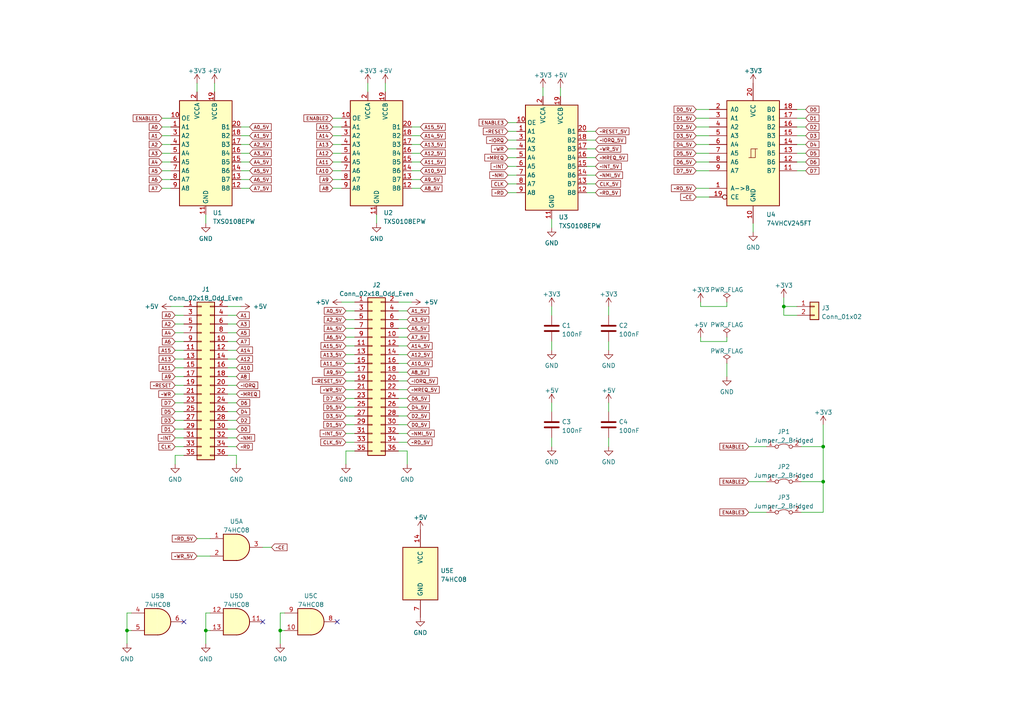
<source format=kicad_sch>
(kicad_sch (version 20211123) (generator eeschema)
  (paper "A4")
  (lib_symbols
    (symbol "74xx:74HC245" (pin_names (offset 1.016))
      (property "Reference" "U" (at -7.62 16.51 0))
      (property "Value" "74HC245" (at -7.62 -16.51 0))
      (symbol "74HC245_1_0"
        (pin input line (at -12.7 -10.16 0) (length 5.08) (name "A->B") (number "1"))
        (pin power_in line (at 0 -20.32 90) (length 5.08) (name "GND") (number "10"))
        (pin tri_state line (at 12.7 -5.08 180) (length 5.08) (name "B7") (number "11"))
        (pin tri_state line (at 12.7 -2.54 180) (length 5.08) (name "B6") (number "12"))
        (pin tri_state line (at 12.7 0 180) (length 5.08) (name "B5") (number "13"))
        (pin tri_state line (at 12.7 2.54 180) (length 5.08) (name "B4") (number "14"))
        (pin tri_state line (at 12.7 5.08 180) (length 5.08) (name "B3") (number "15"))
        (pin tri_state line (at 12.7 7.62 180) (length 5.08) (name "B2") (number "16"))
        (pin tri_state line (at 12.7 10.16 180) (length 5.08) (name "B1") (number "17"))
        (pin tri_state line (at 12.7 12.7 180) (length 5.08) (name "B0") (number "18"))
        (pin input inverted (at -12.7 -12.7 0) (length 5.08) (name "CE") (number "19"))
        (pin tri_state line (at -12.7 12.7 0) (length 5.08) (name "A0") (number "2"))
        (pin power_in line (at 0 20.32 270) (length 5.08) (name "VCC") (number "20"))
        (pin tri_state line (at -12.7 10.16 0) (length 5.08) (name "A1") (number "3"))
        (pin tri_state line (at -12.7 7.62 0) (length 5.08) (name "A2") (number "4"))
        (pin tri_state line (at -12.7 5.08 0) (length 5.08) (name "A3") (number "5"))
        (pin tri_state line (at -12.7 2.54 0) (length 5.08) (name "A4") (number "6"))
        (pin tri_state line (at -12.7 0 0) (length 5.08) (name "A5") (number "7"))
        (pin tri_state line (at -12.7 -2.54 0) (length 5.08) (name "A6") (number "8"))
        (pin tri_state line (at -12.7 -5.08 0) (length 5.08) (name "A7") (number "9"))
      )
    )
    (symbol "74xx:74LS08" (pin_names (offset 1.016))
      (property "Reference" "U" (at 0 1.27 0))
      (property "Value" "74LS08" (at 0 -1.27 0))
      (symbol "74LS08_1_1"
        (pin input line (at -7.62 2.54 0) (length 3.81) (name "~") (number "1"))
        (pin input line (at -7.62 -2.54 0) (length 3.81) (name "~") (number "2"))
        (pin output line (at 7.62 0 180) (length 3.81) (name "~") (number "3"))
      )
      (symbol "74LS08_1_2"
        (pin input inverted (at -7.62 2.54 0) (length 4.318) (name "~") (number "1"))
        (pin input inverted (at -7.62 -2.54 0) (length 4.318) (name "~") (number "2"))
        (pin output inverted (at 7.62 0 180) (length 3.81) (name "~") (number "3"))
      )
      (symbol "74LS08_2_1"
        (pin input line (at -7.62 2.54 0) (length 3.81) (name "~") (number "4"))
        (pin input line (at -7.62 -2.54 0) (length 3.81) (name "~") (number "5"))
        (pin output line (at 7.62 0 180) (length 3.81) (name "~") (number "6"))
      )
      (symbol "74LS08_2_2"
        (pin input inverted (at -7.62 2.54 0) (length 4.318) (name "~") (number "4"))
        (pin input inverted (at -7.62 -2.54 0) (length 4.318) (name "~") (number "5"))
        (pin output inverted (at 7.62 0 180) (length 3.81) (name "~") (number "6"))
      )
      (symbol "74LS08_3_1"
        (pin input line (at -7.62 -2.54 0) (length 3.81) (name "~") (number "10"))
        (pin output line (at 7.62 0 180) (length 3.81) (name "~") (number "8"))
        (pin input line (at -7.62 2.54 0) (length 3.81) (name "~") (number "9"))
      )
      (symbol "74LS08_3_2"
        (pin input inverted (at -7.62 -2.54 0) (length 4.318) (name "~") (number "10"))
        (pin output inverted (at 7.62 0 180) (length 3.81) (name "~") (number "8"))
        (pin input inverted (at -7.62 2.54 0) (length 4.318) (name "~") (number "9"))
      )
      (symbol "74LS08_4_1"
        (pin output line (at 7.62 0 180) (length 3.81) (name "~") (number "11"))
        (pin input line (at -7.62 2.54 0) (length 3.81) (name "~") (number "12"))
        (pin input line (at -7.62 -2.54 0) (length 3.81) (name "~") (number "13"))
      )
      (symbol "74LS08_4_2"
        (pin output inverted (at 7.62 0 180) (length 3.81) (name "~") (number "11"))
        (pin input inverted (at -7.62 2.54 0) (length 4.318) (name "~") (number "12"))
        (pin input inverted (at -7.62 -2.54 0) (length 4.318) (name "~") (number "13"))
      )
      (symbol "74LS08_5_0"
        (pin power_in line (at 0 12.7 270) (length 5.08) (name "VCC") (number "14"))
        (pin power_in line (at 0 -12.7 90) (length 5.08) (name "GND") (number "7"))
      )
    )
    (symbol "Connector_Generic:Conn_01x02" (pin_names (offset 1.016) hide)
      (property "Reference" "J" (at 0 2.54 0))
      (property "Value" "Conn_01x02" (at 0 -5.08 0))
      (symbol "Conn_01x02_1_1"
        (pin passive line (at -5.08 0 0) (length 3.81) (name "Pin_1") (number "1"))
        (pin passive line (at -5.08 -2.54 0) (length 3.81) (name "Pin_2") (number "2"))
      )
    )
    (symbol "Connector_Generic:Conn_02x18_Odd_Even" (pin_names (offset 1.016) hide)
      (property "Reference" "J" (at 1.27 22.86 0))
      (property "Value" "Conn_02x18_Odd_Even" (at 1.27 -25.4 0))
      (symbol "Conn_02x18_Odd_Even_1_1"
        (pin passive line (at -5.08 20.32 0) (length 3.81) (name "Pin_1") (number "1"))
        (pin passive line (at 7.62 10.16 180) (length 3.81) (name "Pin_10") (number "10"))
        (pin passive line (at -5.08 7.62 0) (length 3.81) (name "Pin_11") (number "11"))
        (pin passive line (at 7.62 7.62 180) (length 3.81) (name "Pin_12") (number "12"))
        (pin passive line (at -5.08 5.08 0) (length 3.81) (name "Pin_13") (number "13"))
        (pin passive line (at 7.62 5.08 180) (length 3.81) (name "Pin_14") (number "14"))
        (pin passive line (at -5.08 2.54 0) (length 3.81) (name "Pin_15") (number "15"))
        (pin passive line (at 7.62 2.54 180) (length 3.81) (name "Pin_16") (number "16"))
        (pin passive line (at -5.08 0 0) (length 3.81) (name "Pin_17") (number "17"))
        (pin passive line (at 7.62 0 180) (length 3.81) (name "Pin_18") (number "18"))
        (pin passive line (at -5.08 -2.54 0) (length 3.81) (name "Pin_19") (number "19"))
        (pin passive line (at 7.62 20.32 180) (length 3.81) (name "Pin_2") (number "2"))
        (pin passive line (at 7.62 -2.54 180) (length 3.81) (name "Pin_20") (number "20"))
        (pin passive line (at -5.08 -5.08 0) (length 3.81) (name "Pin_21") (number "21"))
        (pin passive line (at 7.62 -5.08 180) (length 3.81) (name "Pin_22") (number "22"))
        (pin passive line (at -5.08 -7.62 0) (length 3.81) (name "Pin_23") (number "23"))
        (pin passive line (at 7.62 -7.62 180) (length 3.81) (name "Pin_24") (number "24"))
        (pin passive line (at -5.08 -10.16 0) (length 3.81) (name "Pin_25") (number "25"))
        (pin passive line (at 7.62 -10.16 180) (length 3.81) (name "Pin_26") (number "26"))
        (pin passive line (at -5.08 -12.7 0) (length 3.81) (name "Pin_27") (number "27"))
        (pin passive line (at 7.62 -12.7 180) (length 3.81) (name "Pin_28") (number "28"))
        (pin passive line (at -5.08 -15.24 0) (length 3.81) (name "Pin_29") (number "29"))
        (pin passive line (at -5.08 17.78 0) (length 3.81) (name "Pin_3") (number "3"))
        (pin passive line (at 7.62 -15.24 180) (length 3.81) (name "Pin_30") (number "30"))
        (pin passive line (at -5.08 -17.78 0) (length 3.81) (name "Pin_31") (number "31"))
        (pin passive line (at 7.62 -17.78 180) (length 3.81) (name "Pin_32") (number "32"))
        (pin passive line (at -5.08 -20.32 0) (length 3.81) (name "Pin_33") (number "33"))
        (pin passive line (at 7.62 -20.32 180) (length 3.81) (name "Pin_34") (number "34"))
        (pin passive line (at -5.08 -22.86 0) (length 3.81) (name "Pin_35") (number "35"))
        (pin passive line (at 7.62 -22.86 180) (length 3.81) (name "Pin_36") (number "36"))
        (pin passive line (at 7.62 17.78 180) (length 3.81) (name "Pin_4") (number "4"))
        (pin passive line (at -5.08 15.24 0) (length 3.81) (name "Pin_5") (number "5"))
        (pin passive line (at 7.62 15.24 180) (length 3.81) (name "Pin_6") (number "6"))
        (pin passive line (at -5.08 12.7 0) (length 3.81) (name "Pin_7") (number "7"))
        (pin passive line (at 7.62 12.7 180) (length 3.81) (name "Pin_8") (number "8"))
        (pin passive line (at -5.08 10.16 0) (length 3.81) (name "Pin_9") (number "9"))
      )
    )
    (symbol "Device:C" (pin_numbers hide) (pin_names (offset 0.254))
      (property "Reference" "C" (at 0.635 2.54 0))
      (property "Value" "C" (at 0.635 -2.54 0))
      (symbol "C_1_1"
        (pin passive line (at 0 3.81 270) (length 2.794) (name "~") (number "1"))
        (pin passive line (at 0 -3.81 90) (length 2.794) (name "~") (number "2"))
      )
    )
    (symbol "Jumper:Jumper_2_Bridged" (pin_names (offset 0) hide)
      (property "Reference" "JP" (at 0 1.905 0))
      (property "Value" "Jumper_2_Bridged" (at 0 -2.54 0))
      (symbol "Jumper_2_Bridged_1_1"
        (pin passive line (at -5.08 0 0) (length 2.54) (name "A") (number "1"))
        (pin passive line (at 5.08 0 180) (length 2.54) (name "B") (number "2"))
      )
    )
    (symbol "Logic_LevelTranslator:TXS0108EPW"
      (property "Reference" "U" (at -6.35 16.51 0))
      (property "Value" "TXS0108EPW" (at 3.81 16.51 0))
      (symbol "TXS0108EPW_1_1"
        (pin bidirectional line (at -10.16 7.62 0) (length 2.54) (name "A1") (number "1"))
        (pin input line (at -10.16 10.16 0) (length 2.54) (name "OE") (number "10"))
        (pin power_in line (at 0 -17.78 90) (length 2.54) (name "GND") (number "11"))
        (pin bidirectional line (at 10.16 -10.16 180) (length 2.54) (name "B8") (number "12"))
        (pin bidirectional line (at 10.16 -7.62 180) (length 2.54) (name "B7") (number "13"))
        (pin bidirectional line (at 10.16 -5.08 180) (length 2.54) (name "B6") (number "14"))
        (pin bidirectional line (at 10.16 -2.54 180) (length 2.54) (name "B5") (number "15"))
        (pin bidirectional line (at 10.16 0 180) (length 2.54) (name "B4") (number "16"))
        (pin bidirectional line (at 10.16 2.54 180) (length 2.54) (name "B3") (number "17"))
        (pin bidirectional line (at 10.16 5.08 180) (length 2.54) (name "B2") (number "18"))
        (pin power_in line (at 2.54 17.78 270) (length 2.54) (name "VCCB") (number "19"))
        (pin power_in line (at -2.54 17.78 270) (length 2.54) (name "VCCA") (number "2"))
        (pin bidirectional line (at 10.16 7.62 180) (length 2.54) (name "B1") (number "20"))
        (pin bidirectional line (at -10.16 5.08 0) (length 2.54) (name "A2") (number "3"))
        (pin bidirectional line (at -10.16 2.54 0) (length 2.54) (name "A3") (number "4"))
        (pin bidirectional line (at -10.16 0 0) (length 2.54) (name "A4") (number "5"))
        (pin bidirectional line (at -10.16 -2.54 0) (length 2.54) (name "A5") (number "6"))
        (pin bidirectional line (at -10.16 -5.08 0) (length 2.54) (name "A6") (number "7"))
        (pin bidirectional line (at -10.16 -7.62 0) (length 2.54) (name "A7") (number "8"))
        (pin bidirectional line (at -10.16 -10.16 0) (length 2.54) (name "A8") (number "9"))
      )
    )
    (symbol "power:+3V3" (power) (pin_names (offset 0))
      (property "Value" "+3V3" (at 0 3.556 0))
      (symbol "+3V3_1_1"
        (pin power_in line (at 0 0 90) (length 0) hide (name "+3V3") (number "1"))
      )
    )
    (symbol "power:+5V" (power) (pin_names (offset 0))
      (property "Value" "+5V" (at 0 3.556 0))
      (symbol "+5V_1_1"
        (pin power_in line (at 0 0 90) (length 0) hide (name "+5V") (number "1"))
      )
    )
    (symbol "power:GND" (power) (pin_names (offset 0))
      (property "Value" "GND" (at 0 -3.81 0))
      (symbol "GND_1_1"
        (pin power_in line (at 0 0 270) (length 0) hide (name "GND") (number "1"))
      )
    )
    (symbol "power:PWR_FLAG" (power) (pin_numbers hide) (pin_names (offset 0) hide)
      (property "Value" "PWR_FLAG" (at 0 3.81 0))
      (symbol "PWR_FLAG_0_0"
        (pin power_out line (at 0 0 90) (length 0) (name "pwr") (number "1"))
      )
    )
  )
  (junction (at 238.76 129.54))
  (junction (at 81.28 182.88))
  (junction (at 227.33 88.9))
  (junction (at 36.83 182.88))
  (junction (at 238.76 139.7))
  (junction (at 59.69 182.88))
  (no_connect (at 76.2 180.34))
  (no_connect (at 97.79 180.34))
  (no_connect (at 53.34 180.34))
  (wire (pts (xy 36.83 186.69) (xy 36.83 182.88)))
  (wire (pts (xy 36.83 182.88) (xy 38.1 182.88)))
  (wire (pts (xy 50.8 132.08) (xy 53.34 132.08)))
  (wire (pts (xy 233.68 31.75) (xy 231.14 31.75)))
  (wire (pts (xy 176.53 116.84) (xy 176.53 119.38)))
  (wire (pts (xy 118.11 90.17) (xy 115.57 90.17)))
  (wire (pts (xy 100.33 90.17) (xy 102.87 90.17)))
  (wire (pts (xy 118.11 120.65) (xy 115.57 120.65)))
  (wire (pts (xy 68.58 127) (xy 66.04 127)))
  (wire (pts (xy 96.52 44.45) (xy 99.06 44.45)))
  (wire (pts (xy 50.8 111.76) (xy 53.34 111.76)))
  (wire (pts (xy 81.28 177.8) (xy 82.55 177.8)))
  (wire (pts (xy 50.8 109.22) (xy 53.34 109.22)))
  (wire (pts (xy 147.32 45.72) (xy 149.86 45.72)))
  (wire (pts (xy 62.23 24.13) (xy 62.23 26.67)))
  (wire (pts (xy 147.32 35.56) (xy 149.86 35.56)))
  (wire (pts (xy 46.99 41.91) (xy 49.53 41.91)))
  (wire (pts (xy 157.48 25.4) (xy 157.48 27.94)))
  (wire (pts (xy 172.72 38.1) (xy 170.18 38.1)))
  (wire (pts (xy 68.58 91.44) (xy 66.04 91.44)))
  (wire (pts (xy 81.28 182.88) (xy 81.28 177.8)))
  (wire (pts (xy 46.99 39.37) (xy 49.53 39.37)))
  (wire (pts (xy 201.93 36.83) (xy 205.74 36.83)))
  (wire (pts (xy 118.11 102.87) (xy 115.57 102.87)))
  (wire (pts (xy 238.76 139.7) (xy 238.76 129.54)))
  (wire (pts (xy 210.82 87.63) (xy 210.82 88.9)))
  (wire (pts (xy 201.93 41.91) (xy 205.74 41.91)))
  (wire (pts (xy 233.68 41.91) (xy 231.14 41.91)))
  (wire (pts (xy 50.8 134.62) (xy 50.8 132.08)))
  (wire (pts (xy 68.58 134.62) (xy 68.58 132.08)))
  (wire (pts (xy 118.11 115.57) (xy 115.57 115.57)))
  (wire (pts (xy 201.93 39.37) (xy 205.74 39.37)))
  (wire (pts (xy 100.33 107.95) (xy 102.87 107.95)))
  (wire (pts (xy 50.8 99.06) (xy 53.34 99.06)))
  (wire (pts (xy 96.52 39.37) (xy 99.06 39.37)))
  (wire (pts (xy 118.11 92.71) (xy 115.57 92.71)))
  (wire (pts (xy 118.11 95.25) (xy 115.57 95.25)))
  (wire (pts (xy 59.69 182.88) (xy 59.69 177.8)))
  (wire (pts (xy 36.83 182.88) (xy 36.83 177.8)))
  (wire (pts (xy 59.69 64.77) (xy 59.69 62.23)))
  (wire (pts (xy 232.41 139.7) (xy 238.76 139.7)))
  (wire (pts (xy 72.39 36.83) (xy 69.85 36.83)))
  (wire (pts (xy 72.39 41.91) (xy 69.85 41.91)))
  (wire (pts (xy 68.58 132.08) (xy 66.04 132.08)))
  (wire (pts (xy 68.58 116.84) (xy 66.04 116.84)))
  (wire (pts (xy 217.17 129.54) (xy 222.25 129.54)))
  (wire (pts (xy 50.8 116.84) (xy 53.34 116.84)))
  (wire (pts (xy 233.68 49.53) (xy 231.14 49.53)))
  (wire (pts (xy 147.32 55.88) (xy 149.86 55.88)))
  (wire (pts (xy 100.33 105.41) (xy 102.87 105.41)))
  (wire (pts (xy 68.58 99.06) (xy 66.04 99.06)))
  (wire (pts (xy 118.11 100.33) (xy 115.57 100.33)))
  (wire (pts (xy 50.8 91.44) (xy 53.34 91.44)))
  (wire (pts (xy 233.68 39.37) (xy 231.14 39.37)))
  (wire (pts (xy 100.33 130.81) (xy 102.87 130.81)))
  (wire (pts (xy 172.72 48.26) (xy 170.18 48.26)))
  (wire (pts (xy 96.52 49.53) (xy 99.06 49.53)))
  (wire (pts (xy 68.58 101.6) (xy 66.04 101.6)))
  (wire (pts (xy 50.8 93.98) (xy 53.34 93.98)))
  (wire (pts (xy 233.68 36.83) (xy 231.14 36.83)))
  (wire (pts (xy 46.99 36.83) (xy 49.53 36.83)))
  (wire (pts (xy 50.8 106.68) (xy 53.34 106.68)))
  (wire (pts (xy 201.93 34.29) (xy 205.74 34.29)))
  (wire (pts (xy 203.2 97.79) (xy 203.2 99.06)))
  (wire (pts (xy 232.41 129.54) (xy 238.76 129.54)))
  (wire (pts (xy 68.58 96.52) (xy 66.04 96.52)))
  (wire (pts (xy 160.02 66.04) (xy 160.02 63.5)))
  (wire (pts (xy 118.11 113.03) (xy 115.57 113.03)))
  (wire (pts (xy 121.92 41.91) (xy 119.38 41.91)))
  (wire (pts (xy 233.68 34.29) (xy 231.14 34.29)))
  (wire (pts (xy 121.92 46.99) (xy 119.38 46.99)))
  (wire (pts (xy 118.11 105.41) (xy 115.57 105.41)))
  (wire (pts (xy 100.33 113.03) (xy 102.87 113.03)))
  (wire (pts (xy 172.72 50.8) (xy 170.18 50.8)))
  (wire (pts (xy 57.15 156.21) (xy 60.96 156.21)))
  (wire (pts (xy 100.33 102.87) (xy 102.87 102.87)))
  (wire (pts (xy 72.39 39.37) (xy 69.85 39.37)))
  (wire (pts (xy 233.68 44.45) (xy 231.14 44.45)))
  (wire (pts (xy 121.92 44.45) (xy 119.38 44.45)))
  (wire (pts (xy 118.11 128.27) (xy 115.57 128.27)))
  (wire (pts (xy 46.99 52.07) (xy 49.53 52.07)))
  (wire (pts (xy 118.11 123.19) (xy 115.57 123.19)))
  (wire (pts (xy 46.99 54.61) (xy 49.53 54.61)))
  (wire (pts (xy 72.39 44.45) (xy 69.85 44.45)))
  (wire (pts (xy 59.69 182.88) (xy 60.96 182.88)))
  (wire (pts (xy 176.53 88.9) (xy 176.53 91.44)))
  (wire (pts (xy 118.11 130.81) (xy 118.11 134.62)))
  (wire (pts (xy 233.68 46.99) (xy 231.14 46.99)))
  (wire (pts (xy 59.69 177.8) (xy 60.96 177.8)))
  (wire (pts (xy 50.8 96.52) (xy 53.34 96.52)))
  (wire (pts (xy 76.2 158.75) (xy 78.74 158.75)))
  (wire (pts (xy 111.76 24.13) (xy 111.76 26.67)))
  (wire (pts (xy 100.33 128.27) (xy 102.87 128.27)))
  (wire (pts (xy 68.58 104.14) (xy 66.04 104.14)))
  (wire (pts (xy 227.33 88.9) (xy 231.14 88.9)))
  (wire (pts (xy 68.58 114.3) (xy 66.04 114.3)))
  (wire (pts (xy 201.93 44.45) (xy 205.74 44.45)))
  (wire (pts (xy 68.58 124.46) (xy 66.04 124.46)))
  (wire (pts (xy 231.14 91.44) (xy 227.33 91.44)))
  (wire (pts (xy 172.72 55.88) (xy 170.18 55.88)))
  (wire (pts (xy 227.33 86.36) (xy 227.33 88.9)))
  (wire (pts (xy 172.72 40.64) (xy 170.18 40.64)))
  (wire (pts (xy 232.41 148.59) (xy 238.76 148.59)))
  (wire (pts (xy 46.99 49.53) (xy 49.53 49.53)))
  (wire (pts (xy 147.32 38.1) (xy 149.86 38.1)))
  (wire (pts (xy 118.11 125.73) (xy 115.57 125.73)))
  (wire (pts (xy 59.69 186.69) (xy 59.69 182.88)))
  (wire (pts (xy 160.02 116.84) (xy 160.02 119.38)))
  (wire (pts (xy 109.22 64.77) (xy 109.22 62.23)))
  (wire (pts (xy 100.33 120.65) (xy 102.87 120.65)))
  (wire (pts (xy 115.57 87.63) (xy 119.38 87.63)))
  (wire (pts (xy 217.17 139.7) (xy 222.25 139.7)))
  (wire (pts (xy 96.52 41.91) (xy 99.06 41.91)))
  (wire (pts (xy 68.58 111.76) (xy 66.04 111.76)))
  (wire (pts (xy 68.58 106.68) (xy 66.04 106.68)))
  (wire (pts (xy 218.44 67.31) (xy 218.44 64.77)))
  (wire (pts (xy 238.76 148.59) (xy 238.76 139.7)))
  (wire (pts (xy 100.33 95.25) (xy 102.87 95.25)))
  (wire (pts (xy 99.06 87.63) (xy 102.87 87.63)))
  (wire (pts (xy 121.92 52.07) (xy 119.38 52.07)))
  (wire (pts (xy 72.39 46.99) (xy 69.85 46.99)))
  (wire (pts (xy 160.02 129.54) (xy 160.02 127)))
  (wire (pts (xy 50.8 121.92) (xy 53.34 121.92)))
  (wire (pts (xy 201.93 46.99) (xy 205.74 46.99)))
  (wire (pts (xy 96.52 36.83) (xy 99.06 36.83)))
  (wire (pts (xy 100.33 100.33) (xy 102.87 100.33)))
  (wire (pts (xy 227.33 91.44) (xy 227.33 88.9)))
  (wire (pts (xy 106.68 24.13) (xy 106.68 26.67)))
  (wire (pts (xy 68.58 93.98) (xy 66.04 93.98)))
  (wire (pts (xy 172.72 43.18) (xy 170.18 43.18)))
  (wire (pts (xy 172.72 53.34) (xy 170.18 53.34)))
  (wire (pts (xy 118.11 110.49) (xy 115.57 110.49)))
  (wire (pts (xy 46.99 34.29) (xy 49.53 34.29)))
  (wire (pts (xy 100.33 134.62) (xy 100.33 130.81)))
  (wire (pts (xy 210.82 97.79) (xy 210.82 99.06)))
  (wire (pts (xy 50.8 127) (xy 53.34 127)))
  (wire (pts (xy 118.11 97.79) (xy 115.57 97.79)))
  (wire (pts (xy 121.92 49.53) (xy 119.38 49.53)))
  (wire (pts (xy 172.72 45.72) (xy 170.18 45.72)))
  (wire (pts (xy 96.52 34.29) (xy 99.06 34.29)))
  (wire (pts (xy 46.99 44.45) (xy 49.53 44.45)))
  (wire (pts (xy 100.33 115.57) (xy 102.87 115.57)))
  (wire (pts (xy 176.53 101.6) (xy 176.53 99.06)))
  (wire (pts (xy 121.92 36.83) (xy 119.38 36.83)))
  (wire (pts (xy 162.56 25.4) (xy 162.56 27.94)))
  (wire (pts (xy 100.33 125.73) (xy 102.87 125.73)))
  (wire (pts (xy 50.8 101.6) (xy 53.34 101.6)))
  (wire (pts (xy 68.58 121.92) (xy 66.04 121.92)))
  (wire (pts (xy 36.83 177.8) (xy 38.1 177.8)))
  (wire (pts (xy 50.8 104.14) (xy 53.34 104.14)))
  (wire (pts (xy 100.33 92.71) (xy 102.87 92.71)))
  (wire (pts (xy 96.52 54.61) (xy 99.06 54.61)))
  (wire (pts (xy 66.04 88.9) (xy 69.85 88.9)))
  (wire (pts (xy 201.93 49.53) (xy 205.74 49.53)))
  (wire (pts (xy 81.28 186.69) (xy 81.28 182.88)))
  (wire (pts (xy 100.33 118.11) (xy 102.87 118.11)))
  (wire (pts (xy 72.39 49.53) (xy 69.85 49.53)))
  (wire (pts (xy 160.02 101.6) (xy 160.02 99.06)))
  (wire (pts (xy 50.8 124.46) (xy 53.34 124.46)))
  (wire (pts (xy 49.53 88.9) (xy 53.34 88.9)))
  (wire (pts (xy 203.2 88.9) (xy 210.82 88.9)))
  (wire (pts (xy 147.32 50.8) (xy 149.86 50.8)))
  (wire (pts (xy 238.76 129.54) (xy 238.76 123.19)))
  (wire (pts (xy 147.32 48.26) (xy 149.86 48.26)))
  (wire (pts (xy 100.33 97.79) (xy 102.87 97.79)))
  (wire (pts (xy 118.11 107.95) (xy 115.57 107.95)))
  (wire (pts (xy 100.33 123.19) (xy 102.87 123.19)))
  (wire (pts (xy 46.99 46.99) (xy 49.53 46.99)))
  (wire (pts (xy 147.32 40.64) (xy 149.86 40.64)))
  (wire (pts (xy 203.2 87.63) (xy 203.2 88.9)))
  (wire (pts (xy 118.11 118.11) (xy 115.57 118.11)))
  (wire (pts (xy 160.02 88.9) (xy 160.02 91.44)))
  (wire (pts (xy 50.8 114.3) (xy 53.34 114.3)))
  (wire (pts (xy 57.15 24.13) (xy 57.15 26.67)))
  (wire (pts (xy 147.32 53.34) (xy 149.86 53.34)))
  (wire (pts (xy 217.17 148.59) (xy 222.25 148.59)))
  (wire (pts (xy 201.93 31.75) (xy 205.74 31.75)))
  (wire (pts (xy 96.52 46.99) (xy 99.06 46.99)))
  (wire (pts (xy 72.39 52.07) (xy 69.85 52.07)))
  (wire (pts (xy 100.33 110.49) (xy 102.87 110.49)))
  (wire (pts (xy 201.93 57.15) (xy 205.74 57.15)))
  (wire (pts (xy 121.92 39.37) (xy 119.38 39.37)))
  (wire (pts (xy 96.52 52.07) (xy 99.06 52.07)))
  (wire (pts (xy 68.58 129.54) (xy 66.04 129.54)))
  (wire (pts (xy 210.82 105.41) (xy 210.82 109.22)))
  (wire (pts (xy 72.39 54.61) (xy 69.85 54.61)))
  (wire (pts (xy 57.15 161.29) (xy 60.96 161.29)))
  (wire (pts (xy 121.92 54.61) (xy 119.38 54.61)))
  (wire (pts (xy 147.32 43.18) (xy 149.86 43.18)))
  (wire (pts (xy 176.53 129.54) (xy 176.53 127)))
  (wire (pts (xy 201.93 54.61) (xy 205.74 54.61)))
  (wire (pts (xy 68.58 119.38) (xy 66.04 119.38)))
  (wire (pts (xy 68.58 109.22) (xy 66.04 109.22)))
  (wire (pts (xy 81.28 182.88) (xy 82.55 182.88)))
  (wire (pts (xy 203.2 99.06) (xy 210.82 99.06)))
  (wire (pts (xy 115.57 130.81) (xy 118.11 130.81)))
  (wire (pts (xy 50.8 119.38) (xy 53.34 119.38)))
  (wire (pts (xy 50.8 129.54) (xy 53.34 129.54)))
  (global_label "A6" (shape input) (at 50.8 99.06 180) (effects (font (size 1 1))) (property "Intersheet References" "${INTERSHEET_REFS}" (effects hide)))
  (global_label "D4_5V" (shape input) (at 201.93 41.91 180) (effects (font (size 1 1))) (property "Intersheet References" "${INTERSHEET_REFS}" (effects hide)))
  (global_label "D2" (shape input) (at 233.68 36.83 0) (effects (font (size 1 1))) (property "Intersheet References" "${INTERSHEET_REFS}" (effects hide)))
  (global_label "ENABLE2" (shape input) (at 96.52 34.29 180) (effects (font (size 1 1))) (property "Intersheet References" "${INTERSHEET_REFS}" (effects hide)))
  (global_label "A5_5V" (shape input) (at 72.39 49.53 0) (effects (font (size 1 1))) (property "Intersheet References" "${INTERSHEET_REFS}" (effects hide)))
  (global_label "~RESET" (shape input) (at 147.32 38.1 180) (effects (font (size 1 1))) (property "Intersheet References" "${INTERSHEET_REFS}" (effects hide)))
  (global_label "A6" (shape input) (at 46.99 52.07 180) (effects (font (size 1 1))) (property "Intersheet References" "${INTERSHEET_REFS}" (effects hide)))
  (global_label "D2" (shape input) (at 68.58 121.92 0) (effects (font (size 1 1))) (property "Intersheet References" "${INTERSHEET_REFS}" (effects hide)))
  (global_label "~RESET_5V" (shape input) (at 100.33 110.49 180) (effects (font (size 1 1))) (property "Intersheet References" "${INTERSHEET_REFS}" (effects hide)))
  (global_label "A9_5V" (shape input) (at 121.92 52.07 0) (effects (font (size 1 1))) (property "Intersheet References" "${INTERSHEET_REFS}" (effects hide)))
  (global_label "ENABLE2" (shape input) (at 217.17 139.7 180) (effects (font (size 1 1))) (property "Intersheet References" "${INTERSHEET_REFS}" (effects hide)))
  (global_label "~RD_5V" (shape input) (at 172.72 55.88 0) (effects (font (size 1 1))) (property "Intersheet References" "${INTERSHEET_REFS}" (effects hide)))
  (global_label "A9" (shape input) (at 50.8 109.22 180) (effects (font (size 1 1))) (property "Intersheet References" "${INTERSHEET_REFS}" (effects hide)))
  (global_label "D4" (shape input) (at 233.68 41.91 0) (effects (font (size 1 1))) (property "Intersheet References" "${INTERSHEET_REFS}" (effects hide)))
  (global_label "ENABLE1" (shape input) (at 46.99 34.29 180) (effects (font (size 1 1))) (property "Intersheet References" "${INTERSHEET_REFS}" (effects hide)))
  (global_label "A15" (shape input) (at 50.8 101.6 180) (effects (font (size 1 1))) (property "Intersheet References" "${INTERSHEET_REFS}" (effects hide)))
  (global_label "~WR_5V" (shape input) (at 57.15 161.29 180) (effects (font (size 1 1))) (property "Intersheet References" "${INTERSHEET_REFS}" (effects hide)))
  (global_label "D2_5V" (shape input) (at 118.11 120.65 0) (effects (font (size 1 1))) (property "Intersheet References" "${INTERSHEET_REFS}" (effects hide)))
  (global_label "~NMI_5V" (shape input) (at 172.72 50.8 0) (effects (font (size 1 1))) (property "Intersheet References" "${INTERSHEET_REFS}" (effects hide)))
  (global_label "A3_5V" (shape input) (at 118.11 92.71 0) (effects (font (size 1 1))) (property "Intersheet References" "${INTERSHEET_REFS}" (effects hide)))
  (global_label "A1_5V" (shape input) (at 72.39 39.37 0) (effects (font (size 1 1))) (property "Intersheet References" "${INTERSHEET_REFS}" (effects hide)))
  (global_label "~IORQ_5V" (shape input) (at 172.72 40.64 0) (effects (font (size 1 1))) (property "Intersheet References" "${INTERSHEET_REFS}" (effects hide)))
  (global_label "A15_5V" (shape input) (at 121.92 36.83 0) (effects (font (size 1 1))) (property "Intersheet References" "${INTERSHEET_REFS}" (effects hide)))
  (global_label "A11" (shape input) (at 96.52 46.99 180) (effects (font (size 1 1))) (property "Intersheet References" "${INTERSHEET_REFS}" (effects hide)))
  (global_label "D0_5V" (shape input) (at 201.93 31.75 180) (effects (font (size 1 1))) (property "Intersheet References" "${INTERSHEET_REFS}" (effects hide)))
  (global_label "D3_5V" (shape input) (at 201.93 39.37 180) (effects (font (size 1 1))) (property "Intersheet References" "${INTERSHEET_REFS}" (effects hide)))
  (global_label "A12_5V" (shape input) (at 118.11 102.87 0) (effects (font (size 1 1))) (property "Intersheet References" "${INTERSHEET_REFS}" (effects hide)))
  (global_label "A12_5V" (shape input) (at 121.92 44.45 0) (effects (font (size 1 1))) (property "Intersheet References" "${INTERSHEET_REFS}" (effects hide)))
  (global_label "~IORQ_5V" (shape input) (at 118.11 110.49 0) (effects (font (size 1 1))) (property "Intersheet References" "${INTERSHEET_REFS}" (effects hide)))
  (global_label "A4_5V" (shape input) (at 72.39 46.99 0) (effects (font (size 1 1))) (property "Intersheet References" "${INTERSHEET_REFS}" (effects hide)))
  (global_label "D5_5V" (shape input) (at 201.93 44.45 180) (effects (font (size 1 1))) (property "Intersheet References" "${INTERSHEET_REFS}" (effects hide)))
  (global_label "A5_5V" (shape input) (at 118.11 95.25 0) (effects (font (size 1 1))) (property "Intersheet References" "${INTERSHEET_REFS}" (effects hide)))
  (global_label "A13" (shape input) (at 50.8 104.14 180) (effects (font (size 1 1))) (property "Intersheet References" "${INTERSHEET_REFS}" (effects hide)))
  (global_label "A7_5V" (shape input) (at 118.11 97.79 0) (effects (font (size 1 1))) (property "Intersheet References" "${INTERSHEET_REFS}" (effects hide)))
  (global_label "ENABLE3" (shape input) (at 217.17 148.59 180) (effects (font (size 1 1))) (property "Intersheet References" "${INTERSHEET_REFS}" (effects hide)))
  (global_label "A5" (shape input) (at 68.58 96.52 0) (effects (font (size 1 1))) (property "Intersheet References" "${INTERSHEET_REFS}" (effects hide)))
  (global_label "A0_5V" (shape input) (at 100.33 90.17 180) (effects (font (size 1 1))) (property "Intersheet References" "${INTERSHEET_REFS}" (effects hide)))
  (global_label "A12" (shape input) (at 68.58 104.14 0) (effects (font (size 1 1))) (property "Intersheet References" "${INTERSHEET_REFS}" (effects hide)))
  (global_label "A8" (shape input) (at 96.52 54.61 180) (effects (font (size 1 1))) (property "Intersheet References" "${INTERSHEET_REFS}" (effects hide)))
  (global_label "ENABLE3" (shape input) (at 147.32 35.56 180) (effects (font (size 1 1))) (property "Intersheet References" "${INTERSHEET_REFS}" (effects hide)))
  (global_label "~RD_5V" (shape input) (at 57.15 156.21 180) (effects (font (size 1 1))) (property "Intersheet References" "${INTERSHEET_REFS}" (effects hide)))
  (global_label "A2" (shape input) (at 50.8 93.98 180) (effects (font (size 1 1))) (property "Intersheet References" "${INTERSHEET_REFS}" (effects hide)))
  (global_label "D6" (shape input) (at 233.68 46.99 0) (effects (font (size 1 1))) (property "Intersheet References" "${INTERSHEET_REFS}" (effects hide)))
  (global_label "CLK" (shape input) (at 147.32 53.34 180) (effects (font (size 1 1))) (property "Intersheet References" "${INTERSHEET_REFS}" (effects hide)))
  (global_label "D4" (shape input) (at 68.58 119.38 0) (effects (font (size 1 1))) (property "Intersheet References" "${INTERSHEET_REFS}" (effects hide)))
  (global_label "CLK_5V" (shape input) (at 172.72 53.34 0) (effects (font (size 1 1))) (property "Intersheet References" "${INTERSHEET_REFS}" (effects hide)))
  (global_label "~CE" (shape input) (at 78.74 158.75 0) (effects (font (size 1 1))) (property "Intersheet References" "${INTERSHEET_REFS}" (effects hide)))
  (global_label "A15" (shape input) (at 96.52 36.83 180) (effects (font (size 1 1))) (property "Intersheet References" "${INTERSHEET_REFS}" (effects hide)))
  (global_label "D7" (shape input) (at 233.68 49.53 0) (effects (font (size 1 1))) (property "Intersheet References" "${INTERSHEET_REFS}" (effects hide)))
  (global_label "A10" (shape input) (at 68.58 106.68 0) (effects (font (size 1 1))) (property "Intersheet References" "${INTERSHEET_REFS}" (effects hide)))
  (global_label "D5" (shape input) (at 50.8 119.38 180) (effects (font (size 1 1))) (property "Intersheet References" "${INTERSHEET_REFS}" (effects hide)))
  (global_label "A12" (shape input) (at 96.52 44.45 180) (effects (font (size 1 1))) (property "Intersheet References" "${INTERSHEET_REFS}" (effects hide)))
  (global_label "~RD" (shape input) (at 68.58 129.54 0) (effects (font (size 1 1))) (property "Intersheet References" "${INTERSHEET_REFS}" (effects hide)))
  (global_label "~IORQ" (shape input) (at 147.32 40.64 180) (effects (font (size 1 1))) (property "Intersheet References" "${INTERSHEET_REFS}" (effects hide)))
  (global_label "~INT_5V" (shape input) (at 100.33 125.73 180) (effects (font (size 1 1))) (property "Intersheet References" "${INTERSHEET_REFS}" (effects hide)))
  (global_label "A11_5V" (shape input) (at 100.33 105.41 180) (effects (font (size 1 1))) (property "Intersheet References" "${INTERSHEET_REFS}" (effects hide)))
  (global_label "D5_5V" (shape input) (at 100.33 118.11 180) (effects (font (size 1 1))) (property "Intersheet References" "${INTERSHEET_REFS}" (effects hide)))
  (global_label "D1" (shape input) (at 50.8 124.46 180) (effects (font (size 1 1))) (property "Intersheet References" "${INTERSHEET_REFS}" (effects hide)))
  (global_label "A10" (shape input) (at 96.52 49.53 180) (effects (font (size 1 1))) (property "Intersheet References" "${INTERSHEET_REFS}" (effects hide)))
  (global_label "D7_5V" (shape input) (at 201.93 49.53 180) (effects (font (size 1 1))) (property "Intersheet References" "${INTERSHEET_REFS}" (effects hide)))
  (global_label "A4_5V" (shape input) (at 100.33 95.25 180) (effects (font (size 1 1))) (property "Intersheet References" "${INTERSHEET_REFS}" (effects hide)))
  (global_label "A14" (shape input) (at 68.58 101.6 0) (effects (font (size 1 1))) (property "Intersheet References" "${INTERSHEET_REFS}" (effects hide)))
  (global_label "~NMI_5V" (shape input) (at 118.11 125.73 0) (effects (font (size 1 1))) (property "Intersheet References" "${INTERSHEET_REFS}" (effects hide)))
  (global_label "A1" (shape input) (at 46.99 39.37 180) (effects (font (size 1 1))) (property "Intersheet References" "${INTERSHEET_REFS}" (effects hide)))
  (global_label "D6_5V" (shape input) (at 201.93 46.99 180) (effects (font (size 1 1))) (property "Intersheet References" "${INTERSHEET_REFS}" (effects hide)))
  (global_label "A7" (shape input) (at 46.99 54.61 180) (effects (font (size 1 1))) (property "Intersheet References" "${INTERSHEET_REFS}" (effects hide)))
  (global_label "A4" (shape input) (at 46.99 46.99 180) (effects (font (size 1 1))) (property "Intersheet References" "${INTERSHEET_REFS}" (effects hide)))
  (global_label "D5" (shape input) (at 233.68 44.45 0) (effects (font (size 1 1))) (property "Intersheet References" "${INTERSHEET_REFS}" (effects hide)))
  (global_label "A15_5V" (shape input) (at 100.33 100.33 180) (effects (font (size 1 1))) (property "Intersheet References" "${INTERSHEET_REFS}" (effects hide)))
  (global_label "~WR_5V" (shape input) (at 172.72 43.18 0) (effects (font (size 1 1))) (property "Intersheet References" "${INTERSHEET_REFS}" (effects hide)))
  (global_label "D6" (shape input) (at 68.58 116.84 0) (effects (font (size 1 1))) (property "Intersheet References" "${INTERSHEET_REFS}" (effects hide)))
  (global_label "~MREQ" (shape input) (at 147.32 45.72 180) (effects (font (size 1 1))) (property "Intersheet References" "${INTERSHEET_REFS}" (effects hide)))
  (global_label "~MREQ_5V" (shape input) (at 172.72 45.72 0) (effects (font (size 1 1))) (property "Intersheet References" "${INTERSHEET_REFS}" (effects hide)))
  (global_label "~WR_5V" (shape input) (at 100.33 113.03 180) (effects (font (size 1 1))) (property "Intersheet References" "${INTERSHEET_REFS}" (effects hide)))
  (global_label "D3" (shape input) (at 50.8 121.92 180) (effects (font (size 1 1))) (property "Intersheet References" "${INTERSHEET_REFS}" (effects hide)))
  (global_label "~RESET_5V" (shape input) (at 172.72 38.1 0) (effects (font (size 1 1))) (property "Intersheet References" "${INTERSHEET_REFS}" (effects hide)))
  (global_label "A2_5V" (shape input) (at 72.39 41.91 0) (effects (font (size 1 1))) (property "Intersheet References" "${INTERSHEET_REFS}" (effects hide)))
  (global_label "A8" (shape input) (at 68.58 109.22 0) (effects (font (size 1 1))) (property "Intersheet References" "${INTERSHEET_REFS}" (effects hide)))
  (global_label "~NMI" (shape input) (at 147.32 50.8 180) (effects (font (size 1 1))) (property "Intersheet References" "${INTERSHEET_REFS}" (effects hide)))
  (global_label "D7_5V" (shape input) (at 100.33 115.57 180) (effects (font (size 1 1))) (property "Intersheet References" "${INTERSHEET_REFS}" (effects hide)))
  (global_label "A10_5V" (shape input) (at 118.11 105.41 0) (effects (font (size 1 1))) (property "Intersheet References" "${INTERSHEET_REFS}" (effects hide)))
  (global_label "~RD" (shape input) (at 147.32 55.88 180) (effects (font (size 1 1))) (property "Intersheet References" "${INTERSHEET_REFS}" (effects hide)))
  (global_label "~WR" (shape input) (at 147.32 43.18 180) (effects (font (size 1 1))) (property "Intersheet References" "${INTERSHEET_REFS}" (effects hide)))
  (global_label "~CE" (shape input) (at 201.93 57.15 180) (effects (font (size 1 1))) (property "Intersheet References" "${INTERSHEET_REFS}" (effects hide)))
  (global_label "A14_5V" (shape input) (at 121.92 39.37 0) (effects (font (size 1 1))) (property "Intersheet References" "${INTERSHEET_REFS}" (effects hide)))
  (global_label "A13" (shape input) (at 96.52 41.91 180) (effects (font (size 1 1))) (property "Intersheet References" "${INTERSHEET_REFS}" (effects hide)))
  (global_label "A13_5V" (shape input) (at 121.92 41.91 0) (effects (font (size 1 1))) (property "Intersheet References" "${INTERSHEET_REFS}" (effects hide)))
  (global_label "D1_5V" (shape input) (at 201.93 34.29 180) (effects (font (size 1 1))) (property "Intersheet References" "${INTERSHEET_REFS}" (effects hide)))
  (global_label "A10_5V" (shape input) (at 121.92 49.53 0) (effects (font (size 1 1))) (property "Intersheet References" "${INTERSHEET_REFS}" (effects hide)))
  (global_label "~IORQ" (shape input) (at 68.58 111.76 0) (effects (font (size 1 1))) (property "Intersheet References" "${INTERSHEET_REFS}" (effects hide)))
  (global_label "~INT" (shape input) (at 147.32 48.26 180) (effects (font (size 1 1))) (property "Intersheet References" "${INTERSHEET_REFS}" (effects hide)))
  (global_label "D0" (shape input) (at 233.68 31.75 0) (effects (font (size 1 1))) (property "Intersheet References" "${INTERSHEET_REFS}" (effects hide)))
  (global_label "A5" (shape input) (at 46.99 49.53 180) (effects (font (size 1 1))) (property "Intersheet References" "${INTERSHEET_REFS}" (effects hide)))
  (global_label "A14" (shape input) (at 96.52 39.37 180) (effects (font (size 1 1))) (property "Intersheet References" "${INTERSHEET_REFS}" (effects hide)))
  (global_label "~RD_5V" (shape input) (at 201.93 54.61 180) (effects (font (size 1 1))) (property "Intersheet References" "${INTERSHEET_REFS}" (effects hide)))
  (global_label "A6_5V" (shape input) (at 72.39 52.07 0) (effects (font (size 1 1))) (property "Intersheet References" "${INTERSHEET_REFS}" (effects hide)))
  (global_label "CLK" (shape input) (at 50.8 129.54 180) (effects (font (size 1 1))) (property "Intersheet References" "${INTERSHEET_REFS}" (effects hide)))
  (global_label "A9" (shape input) (at 96.52 52.07 180) (effects (font (size 1 1))) (property "Intersheet References" "${INTERSHEET_REFS}" (effects hide)))
  (global_label "~INT" (shape input) (at 50.8 127 180) (effects (font (size 1 1))) (property "Intersheet References" "${INTERSHEET_REFS}" (effects hide)))
  (global_label "A9_5V" (shape input) (at 100.33 107.95 180) (effects (font (size 1 1))) (property "Intersheet References" "${INTERSHEET_REFS}" (effects hide)))
  (global_label "D3" (shape input) (at 233.68 39.37 0) (effects (font (size 1 1))) (property "Intersheet References" "${INTERSHEET_REFS}" (effects hide)))
  (global_label "A0" (shape input) (at 46.99 36.83 180) (effects (font (size 1 1))) (property "Intersheet References" "${INTERSHEET_REFS}" (effects hide)))
  (global_label "D1" (shape input) (at 233.68 34.29 0) (effects (font (size 1 1))) (property "Intersheet References" "${INTERSHEET_REFS}" (effects hide)))
  (global_label "D0_5V" (shape input) (at 118.11 123.19 0) (effects (font (size 1 1))) (property "Intersheet References" "${INTERSHEET_REFS}" (effects hide)))
  (global_label "A2_5V" (shape input) (at 100.33 92.71 180) (effects (font (size 1 1))) (property "Intersheet References" "${INTERSHEET_REFS}" (effects hide)))
  (global_label "A0" (shape input) (at 50.8 91.44 180) (effects (font (size 1 1))) (property "Intersheet References" "${INTERSHEET_REFS}" (effects hide)))
  (global_label "~MREQ_5V" (shape input) (at 118.11 113.03 0) (effects (font (size 1 1))) (property "Intersheet References" "${INTERSHEET_REFS}" (effects hide)))
  (global_label "A8_5V" (shape input) (at 118.11 107.95 0) (effects (font (size 1 1))) (property "Intersheet References" "${INTERSHEET_REFS}" (effects hide)))
  (global_label "A8_5V" (shape input) (at 121.92 54.61 0) (effects (font (size 1 1))) (property "Intersheet References" "${INTERSHEET_REFS}" (effects hide)))
  (global_label "~INT_5V" (shape input) (at 172.72 48.26 0) (effects (font (size 1 1))) (property "Intersheet References" "${INTERSHEET_REFS}" (effects hide)))
  (global_label "D4_5V" (shape input) (at 118.11 118.11 0) (effects (font (size 1 1))) (property "Intersheet References" "${INTERSHEET_REFS}" (effects hide)))
  (global_label "CLK_5V" (shape input) (at 100.33 128.27 180) (effects (font (size 1 1))) (property "Intersheet References" "${INTERSHEET_REFS}" (effects hide)))
  (global_label "~NMI" (shape input) (at 68.58 127 0) (effects (font (size 1 1))) (property "Intersheet References" "${INTERSHEET_REFS}" (effects hide)))
  (global_label "A13_5V" (shape input) (at 100.33 102.87 180) (effects (font (size 1 1))) (property "Intersheet References" "${INTERSHEET_REFS}" (effects hide)))
  (global_label "D7" (shape input) (at 50.8 116.84 180) (effects (font (size 1 1))) (property "Intersheet References" "${INTERSHEET_REFS}" (effects hide)))
  (global_label "D2_5V" (shape input) (at 201.93 36.83 180) (effects (font (size 1 1))) (property "Intersheet References" "${INTERSHEET_REFS}" (effects hide)))
  (global_label "D0" (shape input) (at 68.58 124.46 0) (effects (font (size 1 1))) (property "Intersheet References" "${INTERSHEET_REFS}" (effects hide)))
  (global_label "~RESET" (shape input) (at 50.8 111.76 180) (effects (font (size 1 1))) (property "Intersheet References" "${INTERSHEET_REFS}" (effects hide)))
  (global_label "D1_5V" (shape input) (at 100.33 123.19 180) (effects (font (size 1 1))) (property "Intersheet References" "${INTERSHEET_REFS}" (effects hide)))
  (global_label "A1" (shape input) (at 68.58 91.44 0) (effects (font (size 1 1))) (property "Intersheet References" "${INTERSHEET_REFS}" (effects hide)))
  (global_label "~MREQ" (shape input) (at 68.58 114.3 0) (effects (font (size 1 1))) (property "Intersheet References" "${INTERSHEET_REFS}" (effects hide)))
  (global_label "D6_5V" (shape input) (at 118.11 115.57 0) (effects (font (size 1 1))) (property "Intersheet References" "${INTERSHEET_REFS}" (effects hide)))
  (global_label "A4" (shape input) (at 50.8 96.52 180) (effects (font (size 1 1))) (property "Intersheet References" "${INTERSHEET_REFS}" (effects hide)))
  (global_label "D3_5V" (shape input) (at 100.33 120.65 180) (effects (font (size 1 1))) (property "Intersheet References" "${INTERSHEET_REFS}" (effects hide)))
  (global_label "A11_5V" (shape input) (at 121.92 46.99 0) (effects (font (size 1 1))) (property "Intersheet References" "${INTERSHEET_REFS}" (effects hide)))
  (global_label "A7_5V" (shape input) (at 72.39 54.61 0) (effects (font (size 1 1))) (property "Intersheet References" "${INTERSHEET_REFS}" (effects hide)))
  (global_label "~RD_5V" (shape input) (at 118.11 128.27 0) (effects (font (size 1 1))) (property "Intersheet References" "${INTERSHEET_REFS}" (effects hide)))
  (global_label "A2" (shape input) (at 46.99 41.91 180) (effects (font (size 1 1))) (property "Intersheet References" "${INTERSHEET_REFS}" (effects hide)))
  (global_label "A14_5V" (shape input) (at 118.11 100.33 0) (effects (font (size 1 1))) (property "Intersheet References" "${INTERSHEET_REFS}" (effects hide)))
  (global_label "ENABLE1" (shape input) (at 217.17 129.54 180) (effects (font (size 1 1))) (property "Intersheet References" "${INTERSHEET_REFS}" (effects hide)))
  (global_label "A7" (shape input) (at 68.58 99.06 0) (effects (font (size 1 1))) (property "Intersheet References" "${INTERSHEET_REFS}" (effects hide)))
  (global_label "A6_5V" (shape input) (at 100.33 97.79 180) (effects (font (size 1 1))) (property "Intersheet References" "${INTERSHEET_REFS}" (effects hide)))
  (global_label "A1_5V" (shape input) (at 118.11 90.17 0) (effects (font (size 1 1))) (property "Intersheet References" "${INTERSHEET_REFS}" (effects hide)))
  (global_label "A0_5V" (shape input) (at 72.39 36.83 0) (effects (font (size 1 1))) (property "Intersheet References" "${INTERSHEET_REFS}" (effects hide)))
  (global_label "A11" (shape input) (at 50.8 106.68 180) (effects (font (size 1 1))) (property "Intersheet References" "${INTERSHEET_REFS}" (effects hide)))
  (global_label "A3" (shape input) (at 68.58 93.98 0) (effects (font (size 1 1))) (property "Intersheet References" "${INTERSHEET_REFS}" (effects hide)))
  (global_label "A3" (shape input) (at 46.99 44.45 180) (effects (font (size 1 1))) (property "Intersheet References" "${INTERSHEET_REFS}" (effects hide)))
  (global_label "~WR" (shape input) (at 50.8 114.3 180) (effects (font (size 1 1))) (property "Intersheet References" "${INTERSHEET_REFS}" (effects hide)))
  (global_label "A3_5V" (shape input) (at 72.39 44.45 0) (effects (font (size 1 1))) (property "Intersheet References" "${INTERSHEET_REFS}" (effects hide)))
  (symbol (lib_id "power:+5V") (at 69.85 88.9 270) (unit 1)
    (property "Reference" "#PWR016" (effects hide))
    (property "Value" "+5V" (at 77.47 88.9 90) (effects (justify right)))
  )
  (symbol (lib_id "Device:C") (at 160.02 95.25 0) (unit 1)
    (property "Reference" "C1" (at 162.941 94.4153 0) (effects (justify left)))
    (property "Value" "100nF" (at 162.941 96.9522 0) (effects (justify left)))
    (property "Footprint" "Capacitor_SMD:C_0805_2012Metric_Pad1.18x1.45mm_HandSolder" (effects hide))
  )
  (symbol (lib_id "power:GND") (at 109.22 64.77 0) (unit 1)
    (property "Reference" "#PWR010" (effects hide))
    (property "Value" "GND" (at 109.22 69.2134 0))
  )
  (symbol (lib_id "power:PWR_FLAG") (at 210.82 87.63 0) (unit 1)
    (property "Reference" "#FLG0101" (effects hide))
    (property "Value" "PWR_FLAG" (at 210.82 84.0542 0))
  )
  (symbol (lib_id "power:+3V3") (at 238.76 123.19 0) (unit 1)
    (property "Reference" "#PWR029" (effects hide))
    (property "Value" "+3V3" (at 238.76 119.6142 0))
  )
  (symbol (lib_id "power:GND") (at 68.58 134.62 0) (unit 1)
    (property "Reference" "#PWR026" (effects hide))
    (property "Value" "GND" (at 68.58 139.0634 0))
  )
  (symbol (lib_id "Logic_LevelTranslator:TXS0108EPW") (at 109.22 44.45 0) (unit 1)
    (property "Reference" "U2" (at 111.2394 61.7204 0) (effects (justify left)))
    (property "Value" "TXS0108EPW" (at 111.2394 64.2573 0) (effects (justify left)))
    (property "Footprint" "Package_SO:TSSOP-20_4.4x6.5mm_P0.65mm" (effects hide))
    (property "Datasheet" "www.ti.com/lit/ds/symlink/txs0108e.pdf" (effects hide))
  )
  (symbol (lib_id "74xx:74LS08") (at 121.92 166.37 0) (unit 5)
    (property "Reference" "U5" (at 127.762 165.5353 0) (effects (justify left)))
    (property "Value" "74HC08" (at 127.762 168.0722 0) (effects (justify left)))
    (property "Footprint" "Package_SO:TSSOP-14_4.4x5mm_P0.65mm" (effects hide))
    (property "Datasheet" "http://www.ti.com/lit/gpn/sn74LS08" (effects hide))
  )
  (symbol (lib_id "power:GND") (at 160.02 101.6 0) (unit 1)
    (property "Reference" "#PWR019" (effects hide))
    (property "Value" "GND" (at 160.02 106.0434 0))
  )
  (symbol (lib_id "Logic_LevelTranslator:TXS0108EPW") (at 160.02 45.72 0) (unit 1)
    (property "Reference" "U3" (at 162.0394 62.9904 0) (effects (justify left)))
    (property "Value" "TXS0108EPW" (at 162.0394 65.5273 0) (effects (justify left)))
    (property "Footprint" "Package_SO:TSSOP-20_4.4x6.5mm_P0.65mm" (effects hide))
    (property "Datasheet" "www.ti.com/lit/ds/symlink/txs0108e.pdf" (effects hide))
  )
  (symbol (lib_id "power:GND") (at 210.82 109.22 0) (unit 1)
    (property "Reference" "#PWR0102" (effects hide))
    (property "Value" "GND" (at 210.82 113.6634 0))
  )
  (symbol (lib_id "74xx:74LS08") (at 90.17 180.34 0) (unit 3)
    (property "Reference" "U5" (at 90.17 172.8302 0))
    (property "Value" "74HC08" (at 90.17 175.3671 0))
    (property "Footprint" "Package_SO:TSSOP-14_4.4x5mm_P0.65mm" (effects hide))
    (property "Datasheet" "http://www.ti.com/lit/gpn/sn74LS08" (effects hide))
  )
  (symbol (lib_id "power:+5V") (at 111.76 24.13 0) (unit 1)
    (property "Reference" "#PWR04" (effects hide))
    (property "Value" "+5V" (at 111.76 20.5542 0))
  )
  (symbol (lib_id "power:+3V3") (at 160.02 88.9 0) (unit 1)
    (property "Reference" "#PWR017" (effects hide))
    (property "Value" "+3V3" (at 160.02 85.3242 0))
  )
  (symbol (lib_id "power:+3V3") (at 106.68 24.13 0) (unit 1)
    (property "Reference" "#PWR03" (effects hide))
    (property "Value" "+3V3" (at 106.68 20.5542 0))
  )
  (symbol (lib_id "power:GND") (at 176.53 129.54 0) (unit 1)
    (property "Reference" "#PWR024" (effects hide))
    (property "Value" "GND" (at 176.53 133.9834 0))
  )
  (symbol (lib_id "power:+5V") (at 203.2 97.79 0) (unit 1)
    (property "Reference" "#PWR0101" (effects hide))
    (property "Value" "+5V" (at 203.2 94.2142 0))
  )
  (symbol (lib_id "power:GND") (at 100.33 134.62 0) (unit 1)
    (property "Reference" "#PWR027" (effects hide))
    (property "Value" "GND" (at 100.33 139.0634 0))
  )
  (symbol (lib_id "power:+3V3") (at 157.48 25.4 0) (unit 1)
    (property "Reference" "#PWR07" (effects hide))
    (property "Value" "+3V3" (at 157.48 21.8242 0))
  )
  (symbol (lib_id "power:+5V") (at 162.56 25.4 0) (unit 1)
    (property "Reference" "#PWR08" (effects hide))
    (property "Value" "+5V" (at 162.56 21.8242 0))
  )
  (symbol (lib_id "74xx:74LS08") (at 45.72 180.34 0) (unit 2)
    (property "Reference" "U5" (at 45.72 172.8302 0))
    (property "Value" "74HC08" (at 45.72 175.3671 0))
    (property "Footprint" "Package_SO:TSSOP-14_4.4x5mm_P0.65mm" (effects hide))
    (property "Datasheet" "http://www.ti.com/lit/gpn/sn74LS08" (effects hide))
  )
  (symbol (lib_id "power:+5V") (at 160.02 116.84 0) (unit 1)
    (property "Reference" "#PWR021" (effects hide))
    (property "Value" "+5V" (at 160.02 113.2642 0))
  )
  (symbol (lib_id "power:GND") (at 218.44 67.31 0) (unit 1)
    (property "Reference" "#PWR011" (effects hide))
    (property "Value" "GND" (at 218.44 71.7534 0))
  )
  (symbol (lib_id "power:GND") (at 160.02 129.54 0) (unit 1)
    (property "Reference" "#PWR023" (effects hide))
    (property "Value" "GND" (at 160.02 133.9834 0))
  )
  (symbol (lib_id "power:+5V") (at 49.53 88.9 90) (unit 1)
    (property "Reference" "#PWR015" (effects hide))
    (property "Value" "+5V" (at 41.91 88.9 90) (effects (justify right)))
  )
  (symbol (lib_id "74xx:74LS08") (at 68.58 158.75 0) (unit 1)
    (property "Reference" "U5" (at 68.58 151.2402 0))
    (property "Value" "74HC08" (at 68.58 153.7771 0))
    (property "Footprint" "Package_SO:TSSOP-14_4.4x5mm_P0.65mm" (effects hide))
    (property "Datasheet" "http://www.ti.com/lit/gpn/sn74LS08" (effects hide))
  )
  (symbol (lib_id "74xx:74LS08") (at 68.58 180.34 0) (unit 4)
    (property "Reference" "U5" (at 68.58 172.8302 0))
    (property "Value" "74HC08" (at 68.58 175.3671 0))
    (property "Footprint" "Package_SO:TSSOP-14_4.4x5mm_P0.65mm" (effects hide))
    (property "Datasheet" "http://www.ti.com/lit/gpn/sn74LS08" (effects hide))
  )
  (symbol (lib_id "power:GND") (at 81.28 186.69 0) (unit 1)
    (property "Reference" "#PWR0105" (effects hide))
    (property "Value" "GND" (at 81.28 191.1334 0))
  )
  (symbol (lib_id "Jumper:Jumper_2_Bridged") (at 227.33 139.7 0) (unit 1)
    (property "Reference" "JP2" (at 227.33 135.3652 0))
    (property "Value" "Jumper_2_Bridged" (at 227.33 137.9021 0))
    (property "Footprint" "Jumper:SolderJumper-2_P1.3mm_Bridged_RoundedPad1.0x1.5mm" (effects hide))
  )
  (symbol (lib_id "power:+5V") (at 62.23 24.13 0) (unit 1)
    (property "Reference" "#PWR02" (effects hide))
    (property "Value" "+5V" (at 62.23 20.5542 0))
  )
  (symbol (lib_id "Jumper:Jumper_2_Bridged") (at 227.33 129.54 0) (unit 1)
    (property "Reference" "JP1" (at 227.33 125.2052 0))
    (property "Value" "Jumper_2_Bridged" (at 227.33 127.7421 0))
    (property "Footprint" "Jumper:SolderJumper-2_P1.3mm_Bridged_RoundedPad1.0x1.5mm" (effects hide))
  )
  (symbol (lib_id "power:+5V") (at 121.92 153.67 0) (unit 1)
    (property "Reference" "#PWR06" (effects hide))
    (property "Value" "+5V" (at 121.92 150.0942 0))
  )
  (symbol (lib_id "power:+3V3") (at 57.15 24.13 0) (unit 1)
    (property "Reference" "#PWR01" (effects hide))
    (property "Value" "+3V3" (at 57.15 20.5542 0))
  )
  (symbol (lib_id "power:+3V3") (at 218.44 24.13 0) (unit 1)
    (property "Reference" "#PWR05" (effects hide))
    (property "Value" "+3V3" (at 218.44 20.5542 0))
  )
  (symbol (lib_id "Connector_Generic:Conn_02x18_Odd_Even") (at 107.95 107.95 0) (unit 1)
    (property "Reference" "J2" (at 109.22 82.6602 0))
    (property "Value" "Conn_02x18_Odd_Even" (at 109.22 85.1971 0))
    (property "Footprint" "Connector_PinSocket_2.54mm:PinSocket_2x18_P2.54mm_Vertical" (effects hide))
  )
  (symbol (lib_id "power:+5V") (at 99.06 87.63 90) (unit 1)
    (property "Reference" "#PWR013" (effects hide))
    (property "Value" "+5V" (at 91.44 87.63 90) (effects (justify right)))
  )
  (symbol (lib_id "power:+3V3") (at 203.2 87.63 0) (unit 1)
    (property "Reference" "#PWR0103" (effects hide))
    (property "Value" "+3V3" (at 203.2 84.0542 0))
  )
  (symbol (lib_id "Logic_LevelTranslator:TXS0108EPW") (at 59.69 44.45 0) (unit 1)
    (property "Reference" "U1" (at 61.7094 61.7204 0) (effects (justify left)))
    (property "Value" "TXS0108EPW" (at 61.7094 64.2573 0) (effects (justify left)))
    (property "Footprint" "Package_SO:TSSOP-20_4.4x6.5mm_P0.65mm" (effects hide))
    (property "Datasheet" "www.ti.com/lit/ds/symlink/txs0108e.pdf" (effects hide))
  )
  (symbol (lib_id "power:PWR_FLAG") (at 210.82 97.79 0) (unit 1)
    (property "Reference" "#FLG0103" (effects hide))
    (property "Value" "PWR_FLAG" (at 210.82 94.2142 0))
  )
  (symbol (lib_id "power:+5V") (at 119.38 87.63 270) (unit 1)
    (property "Reference" "#PWR014" (effects hide))
    (property "Value" "+5V" (at 127 87.63 90) (effects (justify right)))
  )
  (symbol (lib_id "power:GND") (at 59.69 64.77 0) (unit 1)
    (property "Reference" "#PWR09" (effects hide))
    (property "Value" "GND" (at 59.69 69.2134 0))
  )
  (symbol (lib_id "power:GND") (at 121.92 179.07 0) (unit 1)
    (property "Reference" "#PWR030" (effects hide))
    (property "Value" "GND" (at 121.92 183.5134 0))
  )
  (symbol (lib_id "power:GND") (at 176.53 101.6 0) (unit 1)
    (property "Reference" "#PWR020" (effects hide))
    (property "Value" "GND" (at 176.53 106.0434 0))
  )
  (symbol (lib_id "power:PWR_FLAG") (at 210.82 105.41 0) (unit 1)
    (property "Reference" "#FLG0102" (effects hide))
    (property "Value" "PWR_FLAG" (at 210.82 101.8342 0))
  )
  (symbol (lib_id "power:+3V3") (at 176.53 88.9 0) (unit 1)
    (property "Reference" "#PWR018" (effects hide))
    (property "Value" "+3V3" (at 176.53 85.3242 0))
  )
  (symbol (lib_id "Device:C") (at 176.53 123.19 0) (unit 1)
    (property "Reference" "C4" (at 179.451 122.3553 0) (effects (justify left)))
    (property "Value" "100nF" (at 179.451 124.8922 0) (effects (justify left)))
    (property "Footprint" "Capacitor_SMD:C_0805_2012Metric_Pad1.18x1.45mm_HandSolder" (effects hide))
  )
  (symbol (lib_id "power:GND") (at 50.8 134.62 0) (unit 1)
    (property "Reference" "#PWR025" (effects hide))
    (property "Value" "GND" (at 50.8 139.0634 0))
  )
  (symbol (lib_id "74xx:74HC245") (at 218.44 44.45 0) (unit 1)
    (property "Reference" "U4" (at 222.25 62.2331 0) (effects (justify left)))
    (property "Value" "74VHCV245FT" (at 222.25 64.77 0) (effects (justify left)))
    (property "Footprint" "Package_SO:TSSOP-20_4.4x6.5mm_P0.65mm" (effects hide))
    (property "Datasheet" "http://www.ti.com/lit/gpn/sn74HC245" (effects hide))
  )
  (symbol (lib_id "Device:C") (at 176.53 95.25 0) (unit 1)
    (property "Reference" "C2" (at 179.451 94.4153 0) (effects (justify left)))
    (property "Value" "100nF" (at 179.451 96.9522 0) (effects (justify left)))
    (property "Footprint" "Capacitor_SMD:C_0805_2012Metric_Pad1.18x1.45mm_HandSolder" (effects hide))
  )
  (symbol (lib_id "power:GND") (at 59.69 186.69 0) (unit 1)
    (property "Reference" "#PWR0107" (effects hide))
    (property "Value" "GND" (at 59.69 191.1334 0))
  )
  (symbol (lib_id "power:GND") (at 36.83 186.69 0) (unit 1)
    (property "Reference" "#PWR0106" (effects hide))
    (property "Value" "GND" (at 36.83 191.1334 0))
  )
  (symbol (lib_id "power:GND") (at 118.11 134.62 0) (unit 1)
    (property "Reference" "#PWR028" (effects hide))
    (property "Value" "GND" (at 118.11 139.0634 0))
  )
  (symbol (lib_id "power:+3V3") (at 227.33 86.36 0) (unit 1)
    (property "Reference" "#PWR0104" (effects hide))
    (property "Value" "+3V3" (at 227.33 82.7842 0))
  )
  (symbol (lib_id "Device:C") (at 160.02 123.19 0) (unit 1)
    (property "Reference" "C3" (at 162.941 122.3553 0) (effects (justify left)))
    (property "Value" "100nF" (at 162.941 124.8922 0) (effects (justify left)))
    (property "Footprint" "Capacitor_SMD:C_0805_2012Metric_Pad1.18x1.45mm_HandSolder" (effects hide))
  )
  (symbol (lib_id "Jumper:Jumper_2_Bridged") (at 227.33 148.59 0) (unit 1)
    (property "Reference" "JP3" (at 227.33 144.2552 0))
    (property "Value" "Jumper_2_Bridged" (at 227.33 146.7921 0))
    (property "Footprint" "Jumper:SolderJumper-2_P1.3mm_Bridged_RoundedPad1.0x1.5mm" (effects hide))
  )
  (symbol (lib_id "Connector_Generic:Conn_02x18_Odd_Even") (at 58.42 109.22 0) (unit 1)
    (property "Reference" "J1" (at 59.69 83.9302 0))
    (property "Value" "Conn_02x18_Odd_Even" (at 59.69 86.4671 0))
    (property "Footprint" "Connector_PinSocket_2.54mm:PinSocket_2x18_P2.54mm_Vertical" (effects hide))
  )
  (symbol (lib_id "power:+5V") (at 176.53 116.84 0) (unit 1)
    (property "Reference" "#PWR022" (effects hide))
    (property "Value" "+5V" (at 176.53 113.2642 0))
  )
  (symbol (lib_id "power:GND") (at 160.02 66.04 0) (unit 1)
    (property "Reference" "#PWR012" (effects hide))
    (property "Value" "GND" (at 160.02 70.4834 0))
  )
  (symbol (lib_id "Connector_Generic:Conn_01x02") (at 236.22 88.9 0) (unit 1)
    (property "Reference" "J3" (at 238.252 89.3353 0) (effects (justify left)))
    (property "Value" "Conn_01x02" (at 238.252 91.8722 0) (effects (justify left)))
    (property "Footprint" "Connector_PinSocket_2.54mm:PinSocket_1x02_P2.54mm_Horizontal" (effects hide))
  )
)
</source>
